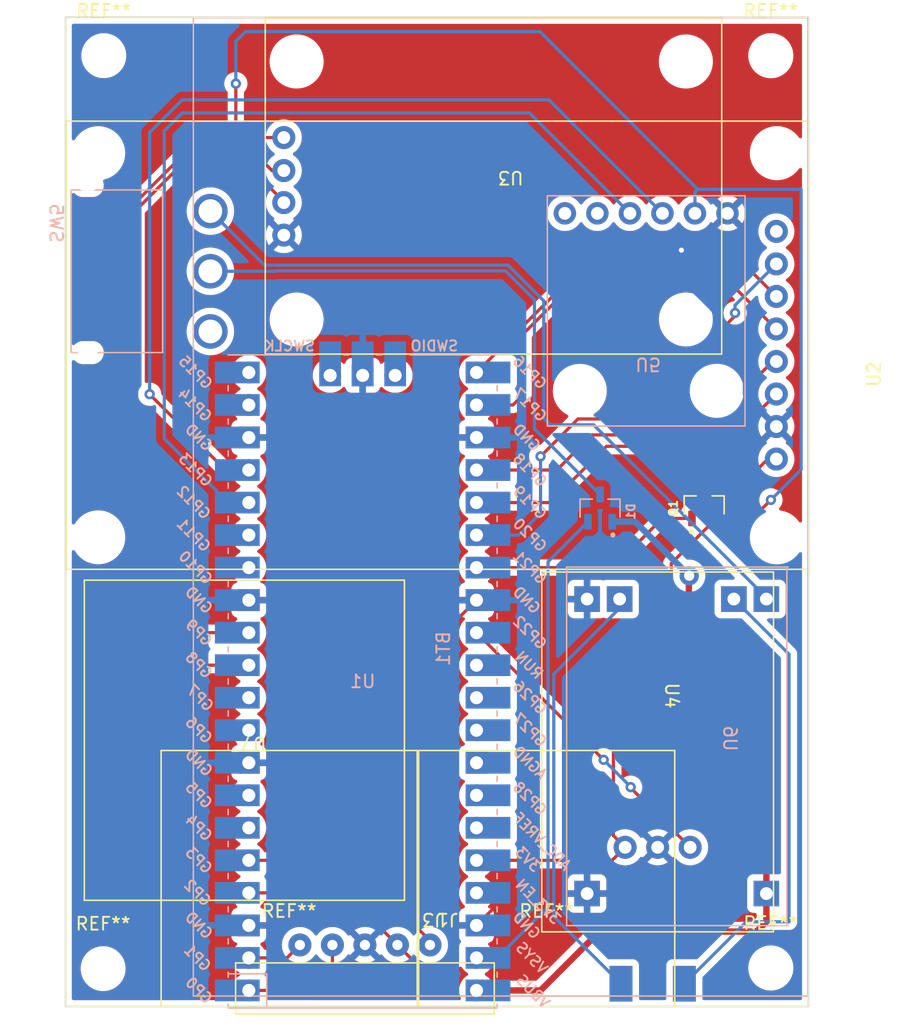
<source format=kicad_pcb>
(kicad_pcb (version 20211014) (generator pcbnew)
  (layers (0 "F.Cu" signal) (31 "B.Cu" signal) (34 "B.Paste" user) (35 "F.Paste" user) (36 "B.SilkS" user "B.Silkscreen") (37 "F.SilkS" user "F.Silkscreen") (38 "B.Mask" user) (39 "F.Mask" user) (44 "Edge.Cuts" user))
  (net 0 "")
  (net 1 "GND")
  (net 2 "+5V")
  (net 3 "Net-(D1-Pad3)")
  (net 4 "Net-(Q1-Pad1)")
  (net 5 "+3V3")
  (net 6 "/Button_1_Pin")
  (net 9 "/Button_2_Pin")
  (net 10 "/Cadence_Pin")
  (net 12 "/Wheel_Pin")
  (net 13 "/Buzzer_Pin")
  (net 14 "/UART1 TX")
  (net 15 "/UART1 RX")
  (net 25 "Net-(U1-Pad21)")
  (net 27 "Net-(U1-Pad22)")
  (net 29 "Net-(U1-Pad24)")
  (net 30 "Net-(U1-Pad25)")
  (net 31 "/I^{2}C1 SDA")
  (net 32 "/I^{2}C1 SCL")
  (net 34 "Net-(Q1-Pad3)")
  (net 38 "Net-(SW5-Pad3)")
  (net 39 "Net-(BT1-Pad1)")
  (net 40 "Net-(BT1-Pad2)")
  (net 43 "/SPI1 RST")
  (net 44 "+5VP")
  (footprint "gps:GY-GPS6MV2" (layer "F.Cu") (at 166.2184 37.5918 180)
    (fp_text reference "U3" (at 16.4846 -12.422 180 unlocked) (layer "F.SilkS"))
    (fp_text value "GY-GPS6MV2")
    (fp_line (start 35.65 0) (end 35.65 -26.2) (layer "F.SilkS") (width 0.12))
    (fp_line (start 0 0) (end 35.65 0) (layer "F.SilkS") (width 0.12))
    (fp_line (start 35.65 -26.2) (end 0 -26.2) (layer "F.SilkS") (width 0.12))
    (fp_line (start 0 0) (end 0 -26.2) (layer "F.SilkS") (width 0.12))
    (pad "" np_thru_hole circle locked (at 33.2 -3.35 180) (size 3.2 3.2) (drill 3.2) (layers F&B.Cu *.Mask))
    (pad "" np_thru_hole circle locked (at 33.2 -23.5 180) (size 3.2 3.2) (drill 3.2) (layers F&B.Cu *.Mask))
    (pad "" np_thru_hole circle locked (at 2.8 -3.35 180) (size 3.2 3.2) (drill 3.2) (layers F&B.Cu *.Mask))
    (pad "" np_thru_hole circle locked (at 2.8 -23.5 180) (size 3.2 3.2) (drill 3.2) (layers F&B.Cu *.Mask))
    (pad "1" thru_hole circle locked (at 34.2 -9.29 180) (size 1.8 1.8) (drill 1) (layers *.Cu *.Mask) (net 5 "+3V3"))
    (pad "2" thru_hole circle locked (at 34.2 -11.87 180) (size 1.8 1.8) (drill 1) (layers *.Cu *.Mask) (net 14 "/UART1 TX"))
    (pad "3" thru_hole circle locked (at 34.2 -14.37 180) (size 1.8 1.8) (drill 1) (layers *.Cu *.Mask) (net 15 "/UART1 RX"))
    (pad "4" thru_hole circle locked (at 34.2 -16.91 180) (size 1.8 1.8) (drill 1) (layers *.Cu *.Mask) (net 1 "GND"))
  )
  (footprint "magnetic_connector:5_pin_90_degree_femele" (layer "F.Cu") (at 138.3538 109.9372 180)
    (fp_text reference "J1" (at -6.4516 1.9798 180 unlocked) (layer "F.SilkS"))
    (fp_text value "Connector Femele")
    (fp_line (start 10.1 -5.4) (end -10.1 -5.4) (layer "F.SilkS") (width 0.12))
    (fp_line (start 10.1 -5.4) (end 10.1 -1.4) (layer "F.SilkS") (width 0.12))
    (fp_line (start -10.1 -1.4) (end 10.1 -1.4) (layer "F.SilkS") (width 0.12))
    (fp_line (start -10.1 -5.4) (end -10.1 -1.4) (layer "F.SilkS") (width 0.12))
    (pad "1" thru_hole circle (at 5.08 0 180) (size 1.8 1.8) (drill 0.8) (layers *.Cu *.Mask) (net 10 "/Cadence_Pin"))
    (pad "2" thru_hole circle (at 2.54 0 180) (size 1.8 1.8) (drill 0.8) (layers *.Cu *.Mask) (net 12 "/Wheel_Pin"))
    (pad "3" thru_hole circle (at 0 0 180) (size 1.8 1.8) (drill 0.8) (layers *.Cu *.Mask) (net 1 "GND"))
    (pad "4" thru_hole circle (at -2.54 0 180) (size 1.8 1.8) (drill 0.8) (layers *.Cu *.Mask) (net 9 "/Button_2_Pin"))
    (pad "5" thru_hole circle (at -5.08 0 180) (size 1.8 1.8) (drill 0.8) (layers *.Cu *.Mask) (net 6 "/Button_1_Pin"))
  )
  (footprint "gps:Antene" (layer "F.Cu") (at 141.437 81.448 180)
    (fp_text reference "U7" (at 11.7856 -12.7522 180 unlocked) (layer "F.SilkS"))
    (fp_text value "Antene")
    (fp_line (start 0 0) (end 25 0) (layer "F.SilkS") (width 0.12))
    (fp_line (start 25 0) (end 25 -25) (layer "F.SilkS") (width 0.12))
    (fp_line (start 0 -25) (end 0 0) (layer "F.SilkS") (width 0.12))
    (fp_line (start 25 -25) (end 0 -25) (layer "F.SilkS") (width 0.12))
  )
  (footprint "MountingHole:MountingHole_2.5mm" (layer "F.Cu") (at 117.9068 111.7854)
    (fp_text reference "REF**" (at 0 -3.5) (layer "F.SilkS"))
    (fp_text value "MountingHole_2.5mm")
    (pad "" np_thru_hole circle (at 0 0) (size 2.5 2.5) (drill 2.5) (layers *.Cu *.Mask))
  )
  (footprint "MountingHole:MountingHole_2.5mm" (layer "F.Cu") (at 170.053 111.7346)
    (fp_text reference "REF**" (at 0 -3.5) (layer "F.SilkS"))
    (fp_text value "MountingHole_2.5mm")
    (pad "" np_thru_hole circle (at 0 0) (size 2.5 2.5) (drill 2.5) (layers F&B.Cu *.Mask))
  )
  (footprint "MountingHole:MountingHole_2.5mm" (layer "F.Cu") (at 117.9576 40.4876)
    (fp_text reference "REF**" (at 0 -3.5) (layer "F.SilkS"))
    (fp_text value "MountingHole_2.5mm")
    (pad "" np_thru_hole circle (at 0 0) (size 2.5 2.5) (drill 2.5) (layers F&B.Cu *.Mask))
  )
  (footprint "st7789:2_inch_LCD_IPS_FP" (layer "F.Cu") (at 173.0246 80.6002 90)
    (fp_text reference "U2" (at 15.24 5.08 90 unlocked) (layer "F.SilkS"))
    (fp_text value "2inch_LCD_IPS")
    (fp_line (start 0 0) (end 35 0) (layer "F.SilkS") (width 0.12))
    (fp_line (start 0 0) (end 0 -58) (layer "F.SilkS") (width 0.12))
    (fp_line (start 35 0) (end 35 -58) (layer "F.SilkS") (width 0.12))
    (fp_line (start 0 -58) (end 35 -58) (layer "F.SilkS") (width 0.12))
    (pad "" np_thru_hole circle locked (at 32.5 -55.5 270) (size 3.2 3.2) (drill 3.2) (layers F&B.Cu *.Mask))
    (pad "" np_thru_hole circle locked (at 32.5 -2.5 270) (size 3.1 3.1) (drill 3.2) (layers F&B.Cu *.Mask))
    (pad "" np_thru_hole circle locked (at 2.5 -55.5 270) (size 3.2 3.2) (drill 3.2) (layers F&B.Cu *.Mask))
    (pad "" np_thru_hole circle locked (at 2.5 -2.5 270) (size 3.2 3.2) (drill 3.2) (layers F&B.Cu *.Mask))
    (pad "1" thru_hole circle locked (at 8.61 -2.54 270) (size 1.8 1.8) (drill 1) (layers *.Cu *.Mask) (net 34 "Net-(Q1-Pad3)"))
    (pad "2" thru_hole circle locked (at 11.15 -2.54 270) (size 1.8 1.8) (drill 1) (layers *.Cu *.Mask) (net 1 "GND"))
    (pad "3" thru_hole circle locked (at 13.69 -2.54 270) (size 1.8 1.8) (drill 1) (layers *.Cu *.Mask) (net 30 "Net-(U1-Pad25)"))
    (pad "4" thru_hole circle locked (at 16.23 -2.54 270) (size 1.8 1.8) (drill 1) (layers *.Cu *.Mask) (net 29 "Net-(U1-Pad24)"))
    (pad "5" thru_hole circle locked (at 18.77 -2.54 270) (size 1.8 1.8) (drill 1) (layers *.Cu *.Mask) (net 27 "Net-(U1-Pad22)"))
    (pad "6" thru_hole circle locked (at 21.31 -2.54 270) (size 1.8 1.8) (drill 1) (layers *.Cu *.Mask) (net 25 "Net-(U1-Pad21)"))
    (pad "7" thru_hole circle locked (at 23.85 -2.54 270) (size 1.8 1.8) (drill 1) (layers *.Cu *.Mask) (net 43 "/SPI1 RST"))
    (pad "8" thru_hole circle locked (at 26.39 -2.54 270) (size 1.8 1.8) (drill 1) (layers *.Cu *.Mask))
  )
  (footprint "Button:20x20_druciarstwo_zolty" (layer "F.Cu") (at 132.4356 104.7496)
    (fp_text reference "REF**" (at 0 2.54 unlocked) (layer "F.SilkS"))
    (fp_text value "20x20_druciarstwo_zolty")
    (fp_line (start -10 10) (end -10 -10) (layer "F.SilkS") (width 0.12))
    (fp_line (start 10 -10) (end 10 10) (layer "F.SilkS") (width 0.12))
    (fp_line (start -10 10) (end 10 10) (layer "F.SilkS") (width 0.12))
    (fp_line (start -10 -10) (end 10 -10) (layer "F.SilkS") (width 0.12))
  )
  (footprint "MountingHole:MountingHole_2.5mm" (layer "F.Cu") (at 170.053 40.4876)
    (fp_text reference "REF**" (at 0 -3.5) (layer "F.SilkS"))
    (fp_text value "MountingHole_2.5mm")
    (pad "" np_thru_hole circle (at 0 0) (size 2.5 2.5) (drill 2.5) (layers F&B.Cu *.Mask))
  )
  (footprint "buzzer:Buzzer_withouch_gen" (layer "F.Cu") (at 152.1638 80.8112 -90)
    (fp_text reference "U4" (at 9.652 -10.16 -90 unlocked) (layer "F.SilkS"))
    (fp_text value "RobotDyn_1513MA")
    (fp_line (start 28.1 -18.1) (end 28.1 0) (layer "F.SilkS") (width 0.12))
    (fp_line (start 0 -18.1) (end 28.1 -18.1) (layer "F.SilkS") (width 0.12))
    (fp_line (start 0 0) (end 0 -18.1) (layer "F.SilkS") (width 0.12))
    (fp_line (start 0 0) (end 28.1 0) (layer "F.SilkS") (width 0.12))
    (pad "1" thru_hole circle locked (at 21.5 -11.59 270) (size 1.8 1.8) (drill 1) (layers *.Cu *.Mask "Dwgs.User") (net 13 "/Buzzer_Pin"))
    (pad "2" thru_hole circle locked (at 21.5 -9.05 270) (size 1.8 1.8) (drill 1) (layers *.Cu *.Mask) (net 1 "GND"))
    (pad "3" thru_hole circle locked (at 21.5 -6.51 270) (size 1.8 1.8) (drill 1) (layers *.Cu *.Mask) (net 5 "+3V3"))
  )
  (footprint "Button:6x6_switch" (layer "F.Cu") (at 143.9164 105.4158 180)
    (fp_text reference "J3" (at 0.254 -2.54 180 unlocked) (layer "F.SilkS"))
    (fp_text value "Buttony_high")
    (pad "1" smd rect (at 0 0 180) (size 1.7 1.4) (layers "F.Cu" "F.Paste" "F.Mask") (net 9 "/Button_2_Pin"))
    (pad "2" smd rect (at 0 2.2 180) (size 1.7 1.4) (layers "F.Cu" "F.Paste" "F.Mask" "Dwgs.User") (net 6 "/Button_1_Pin"))
    (pad "3" smd rect (at 0 4.4 180) (size 1.7 1.4) (layers "F.Cu" "F.Paste" "F.Mask") (net 1 "GND"))
  )
  (footprint "NPN:DDTC123TCA-7-F" (layer "F.Cu") (at 164.846 75.565 90)
    (fp_text reference "Q1" (at -0.268 -2.4064 90) (layer "F.SilkS") (effects (font (size 0.64 0.64))))
    (fp_text value "MMUN2138LT1G")
    (fp_line (start 0.7 -1.56) (end 0.7 -0.62) (layer "F.SilkS") (width 0.127))
    (fp_line (start -0.7 -1.56) (end 0.7 -1.56) (layer "F.SilkS") (width 0.127))
    (fp_line (start 0.7 0.62) (end 0.7 1.56) (layer "F.SilkS") (width 0.127))
    (fp_line (start -0.7 1.56) (end 0.7 1.56) (layer "F.SilkS") (width 0.127))
    (fp_circle (center -2.1 -1) (end -2 -1) (layer "F.SilkS") (width 0.2) (fill none))
    (pad "1" smd roundrect (at -1.06 -0.95 90) (size 1.23 0.59) (layers "F.Cu" "F.Paste" "F.Mask") (roundrect_rratio 0.15) (net 4 "Net-(Q1-Pad1)"))
    (pad "2" smd roundrect (at -1.06 0.95 90) (size 1.23 0.59) (layers "F.Cu" "F.Paste" "F.Mask") (roundrect_rratio 0.15) (net 5 "+3V3"))
    (pad "3" smd roundrect (at 1.06 0 90) (size 1.23 0.59) (layers "F.Cu" "F.Paste" "F.Mask") (roundrect_rratio 0.15) (net 34 "Net-(Q1-Pad3)"))
  )
  (footprint "Button:20x20_druciarstwo_czerowny" (layer "F.Cu") (at 152.5524 104.7496)
    (fp_text reference "REF**" (at 0 2.54 unlocked) (layer "F.SilkS"))
    (fp_text value "20x20_druciarstwo_czerowny")
    (fp_line (start -10 10) (end 10 10) (layer "F.SilkS") (width 0.12))
    (fp_line (start -10 -10) (end 10 -10) (layer "F.SilkS") (width 0.12))
    (fp_line (start -10 10) (end -10 -10) (layer "F.SilkS") (width 0.12))
    (fp_line (start 10 -10) (end 10 10) (layer "F.SilkS") (width 0.12))
  )
  (footprint "Charger:tp4056_c_module" (layer "B.Cu") (at 154.1066 108.363 90)
    (fp_text reference "U6" (at 14.552 12.756 270 unlocked) (layer "B.SilkS") (effects (justify mirror)))
    (fp_text value "tp4056_C_Module")
    (fp_line (start -0.06 0) (end 27.94 0) (layer "B.SilkS") (width 0.12))
    (fp_line (start 27.94 17.3) (end 27.94 0) (layer "B.SilkS") (width 0.12))
    (fp_line (start -0.06 17.2) (end 27.94 17.2) (layer "B.SilkS") (width 0.12))
    (fp_line (start -0.06 17.3) (end -0.06 0) (layer "B.SilkS") (width 0.12))
    (pad "1" thru_hole rect locked (at 2.44 15.6 90) (size 2 2) (drill 1) (layers *.Cu *.Mask) (net 44 "+5VP"))
    (pad "2" thru_hole rect locked (at 2.44 1.6 90) (size 2 2) (drill 1) (layers *.Cu *.Mask) (net 1 "GND"))
    (pad "3" thru_hole rect locked (at 25.44 15.6 90) (size 2 2) (drill 1) (layers *.Cu *.Mask) (net 38 "Net-(SW5-Pad3)"))
    (pad "4" thru_hole rect locked (at 25.44 1.6 90) (size 2 2) (drill 1) (layers *.Cu *.Mask) (net 1 "GND"))
    (pad "5" thru_hole rect locked (at 25.44 13.06 90) (size 2 2) (drill 1) (layers *.Cu *.Mask) (net 39 "Net-(BT1-Pad1)"))
    (pad "6" thru_hole rect locked (at 25.44 4.14 90) (size 2 2) (drill 1) (layers *.Cu *.Mask) (net 40 "Net-(BT1-Pad2)"))
  )
  (footprint "NPN:DDTC123TCA-7-F" (layer "B.Cu") (at 156.718 75.819 90)
    (fp_text reference "D1" (at -0.268 2.4064 90) (layer "B.SilkS") (effects (font (size 0.64 0.64)) (justify mirror)))
    (fp_text value "DMG2305UX-13")
    (fp_line (start -0.7 1.56) (end 0.7 1.56) (layer "B.SilkS") (width 0.127))
    (fp_line (start 0.7 1.56) (end 0.7 0.62) (layer "B.SilkS") (width 0.127))
    (fp_line (start 0.7 -0.62) (end 0.7 -1.56) (layer "B.SilkS") (width 0.127))
    (fp_line (start -0.7 -1.56) (end 0.7 -1.56) (layer "B.SilkS") (width 0.127))
    (fp_circle (center -2.1 1) (end -2 1) (layer "B.SilkS") (width 0.2) (fill none))
    (pad "1" smd roundrect (at -1.06 0.95 90) (size 1.23 0.59) (layers "B.Cu" "B.Paste" "B.Mask") (roundrect_rratio 0.15) (net 44 "+5VP"))
    (pad "2" smd roundrect (at -1.06 -0.95 90) (size 1.23 0.59) (layers "B.Cu" "B.Paste" "B.Mask") (roundrect_rratio 0.15) (net 2 "+5V"))
    (pad "3" smd roundrect (at 1.06 0 90) (size 1.23 0.59) (layers "B.Cu" "B.Paste" "B.Mask") (roundrect_rratio 0.15) (net 3 "Net-(D1-Pad3)"))
  )
  (footprint "SparkFun:1513MA_FT" (layer "B.Cu") (at 152.5982 51.43)
    (fp_text reference "U5" (at 7.874 13.1572 180 unlocked) (layer "B.SilkS") (effects (justify mirror)))
    (fp_text value "SEN-11084")
    (fp_line (start 15.44 17.98) (end 15.44 0) (layer "B.SilkS") (width 0.12))
    (fp_line (start 0 17.98) (end 15.44 17.98) (layer "B.SilkS") (width 0.12))
    (fp_line (start 0 0) (end 0 17.98) (layer "B.SilkS") (width 0.12))
    (fp_line (start 0 0) (end 15.44 0) (layer "B.SilkS") (width 0.12))
    (pad "" np_thru_hole circle locked (at 13.2334 15.23) (size 3.2 3.2) (drill 3.2) (layers F&B.Cu *.Mask))
    (pad "" np_thru_hole circle locked (at 2.54 15.23) (size 3.2 3.2) (drill 3.2) (layers F&B.Cu *.Mask))
    (pad "1" thru_hole circle locked (at 1.37 1.37) (size 1.75 1.75) (drill 1) (layers *.Cu *.Mask))
    (pad "2" thru_hole circle locked (at 3.91 1.37) (size 1.75 1.75) (drill 1) (layers *.Cu *.Mask))
    (pad "3" thru_hole circle locked (at 6.45 1.37) (size 1.75 1.75) (drill 1) (layers *.Cu *.Mask) (net 31 "/I^{2}C1 SDA"))
    (pad "4" thru_hole circle locked (at 8.99 1.37) (size 1.75 1.75) (drill 1) (layers *.Cu *.Mask) (net 32 "/I^{2}C1 SCL"))
    (pad "5" thru_hole circle locked (at 11.53 1.37) (size 1.75 1.75) (drill 1) (layers *.Cu *.Mask) (net 5 "+3V3"))
    (pad "6" thru_hole circle locked (at 14.07 1.37) (size 1.75 1.75) (drill 1) (layers *.Cu *.Mask) (net 1 "GND"))
  )
  (footprint "gps:Battery" (layer "B.Cu") (at 172.9522 37.525 -90)
    (fp_text reference "BT1" (at 49.276 28.4748 90 unlocked) (layer "B.SilkS") (effects (justify mirror)))
    (fp_text value "BL-45A1H 1950 mAh")
    (fp_line (start 0 0) (end 76.4 0) (layer "B.SilkS") (width 0.12))
    (fp_line (start 0 48) (end 0 0) (layer "B.SilkS") (width 0.12))
    (fp_line (start 76.4 0) (end 76.4 48) (layer "B.SilkS") (width 0.12))
    (fp_line (start 76.4 48) (end 0 48) (layer "B.SilkS") (width 0.12))
    (pad "1" smd rect locked (at 75.438 9.652 270) (size 2.8 1.8) (layers "B.Cu" "B.Paste" "B.Mask") (net 39 "Net-(BT1-Pad1)"))
    (pad "2" smd rect locked (at 75.438 14.6 270) (size 2.8 1.8) (layers "B.Cu" "B.Paste" "B.Mask") (net 40 "Net-(BT1-Pad2)"))
  )
  (footprint "Button:Switch_on_off" (layer "B.Cu") (at 116.7532 50.975 90)
    (fp_text reference "SW5" (at -2.5908 -2.5146 270 unlocked) (layer "B.SilkS") (effects (justify mirror)))
    (fp_text value "Switch On/Off")
    (fp_line (start 0 5.8) (end 0 -1.35) (layer "B.SilkS") (width 0.12))
    (fp_line (start -12.7 5.8) (end 0 5.8) (layer "B.SilkS") (width 0.12))
    (fp_line (start 0 -1.35) (end -12.7 -1.35) (layer "B.SilkS") (width 0.12))
    (fp_line (start -12.7 -1.35) (end -12.7 5.8) (layer "B.SilkS") (width 0.12))
    (pad "" np_thru_hole oval locked (at 0.35 -0.05 90) (size 0.8 1.5) (drill oval 0.8 1.5) (layers F&B.Cu *.Mask))
    (pad "" thru_hole circle locked (at -11.05 9.53 90) (size 2.7 2.7) (drill 1.85) (layers *.Cu *.Mask))
    (pad "" np_thru_hole oval locked (at -12.7 -0.05 90) (size 0.8 1.5) (drill oval 0.8 1.5) (layers F&B.Cu *.Mask))
    (pad "1" thru_hole circle locked (at -6.35 9.53 90) (size 2.7 2.7) (drill 1.85) (layers *.Cu *.Mask) (net 3 "Net-(D1-Pad3)"))
    (pad "3" thru_hole circle locked (at -1.65 9.53 90) (size 2.7 2.7) (drill 1.85) (layers *.Cu *.Mask) (net 38 "Net-(SW5-Pad3)"))
  )
  (footprint "MCU_RaspberryPi_and_Boards:RPi_Pico_SMD_TH" (layer "B.Cu") (at 138.176 89.3572)
    (fp_text reference "U1" (at 0 0) (layer "B.SilkS") (effects (justify mirror)))
    (fp_text value "Pico")
    (fp_text user "GP3" (at -12.8 13.97 135) (layer "B.SilkS") (effects (font (size 0.8 0.8)) (justify mirror)))
    (fp_text user "GP4" (at -12.8 11.43 135) (layer "B.SilkS") (effects (font (size 0.8 0.8)) (justify mirror)))
    (fp_text user "GND" (at 12.8 19.05 135) (layer "B.SilkS") (effects (font (size 0.8 0.8)) (justify mirror)))
    (fp_text user "GP18" (at 13.054 -16.51 135) (layer "B.SilkS") (effects (font (size 0.8 0.8)) (justify mirror)))
    (fp_text user "GP11" (at -13.2 -11.43 135) (layer "B.SilkS") (effects (font (size 0.8 0.8)) (justify mirror)))
    (fp_text user "GND" (at 12.8 -19.05 135) (layer "B.SilkS") (effects (font (size 0.8 0.8)) (justify mirror)))
    (fp_text user "GP12" (at -13.2 -13.97 135) (layer "B.SilkS") (effects (font (size 0.8 0.8)) (justify mirror)))
    (fp_text user "GP19" (at 13.054 -13.97 135) (layer "B.SilkS") (effects (font (size 0.8 0.8)) (justify mirror)))
    (fp_text user "GP15" (at -13.054 -24.13 135) (layer "B.SilkS") (effects (font (size 0.8 0.8)) (justify mirror)))
    (fp_text user "VBUS" (at 13.3 24.2 135) (layer "B.SilkS") (effects (font (size 0.8 0.8)) (justify mirror)))
    (fp_text user "GP6" (at -12.8 3.81 135) (layer "B.SilkS") (effects (font (size 0.8 0.8)) (justify mirror)))
    (fp_text user "GP26" (at 13.054 1.27 135) (layer "B.SilkS") (effects (font (size 0.8 0.8)) (justify mirror)))
    (fp_text user "GND" (at -12.8 6.35 135) (layer "B.SilkS") (effects (font (size 0.8 0.8)) (justify mirror)))
    (fp_text user "ADC_VREF" (at 14 12.5 135) (layer "B.SilkS") (effects (font (size 0.8 0.8)) (justify mirror)))
    (fp_text user "GP17" (at 13.054 -21.59 135) (layer "B.SilkS") (effects (font (size 0.8 0.8)) (justify mirror)))
    (fp_text user "GP10" (at -13.054 -8.89 135) (layer "B.SilkS") (effects (font (size 0.8 0.8)) (justify mirror)))
    (fp_text user "GND" (at -12.8 19.05 135) (layer "B.SilkS") (effects (font (size 0.8 0.8)) (justify mirror)))
    (fp_text user "GP22" (at 13.054 -3.81 135) (layer "B.SilkS") (effects (font (size 0.8 0.8)) (justify mirror)))
    (fp_text user "GP7" (at -12.7 1.3 135) (layer "B.SilkS") (effects (font (size 0.8 0.8)) (justify mirror)))
    (fp_text user "GP2" (at -12.9 16.51 135) (layer "B.SilkS") (effects (font (size 0.8 0.8)) (justify mirror)))
    (fp_text user "GP5" (at -12.8 8.89 135) (layer "B.SilkS") (effects (font (size 0.8 0.8)) (justify mirror)))
    (fp_text user "GP28" (at 13.054 9.144 135) (layer "B.SilkS") (effects (font (size 0.8 0.8)) (justify mirror)))
    (fp_text user "SWDIO" (at 5.6 -26.2) (layer "B.SilkS") (effects (font (size 0.8 0.8)) (justify mirror)))
    (fp_text user "AGND" (at 13.054 6.35 135) (layer "B.SilkS") (effects (font (size 0.8 0.8)) (justify mirror)))
    (fp_text user "RUN" (at 13 -1.27 135) (layer "B.SilkS") (effects (font (size 0.8 0.8)) (justify mirror)))
    (fp_text user "GP14" (at -13.1 -21.59 135) (layer "B.SilkS") (effects (font (size 0.8 0.8)) (justify mirror)))
    (fp_text user "GP20" (at 13.054 -11.43 135) (layer "B.SilkS") (effects (font (size 0.8 0.8)) (justify mirror)))
    (fp_text user "GND" (at -12.8 -19.05 135) (layer "B.SilkS") (effects (font (size 0.8 0.8)) (justify mirror)))
    (fp_text user "GND" (at -12.8 -6.35 135) (layer "B.SilkS") (effects (font (size 0.8 0.8)) (justify mirror)))
    (fp_text user "GP16" (at 13.054 -24.13 135) (layer "B.SilkS") (effects (font (size 0.8 0.8)) (justify mirror)))
    (fp_text user "GP8" (at -12.8 -1.27 135) (layer "B.SilkS") (effects (font (size 0.8 0.8)) (justify mirror)))
    (fp_text user "3V3_EN" (at 13.7 17.2 135) (layer "B.SilkS") (effects (font (size 0.8 0.8)) (justify mirror)))
    (fp_text user "3V3" (at 12.9 13.9 135) (layer "B.SilkS") (effects (font (size 0.8 0.8)) (justify mirror)))
    (fp_text user "GP13" (at -13.054 -16.51 135) (layer "B.SilkS") (effects (font (size 0.8 0.8)) (justify mirror)))
    (fp_text user "GP9" (at -12.8 -3.81 135) (layer "B.SilkS") (effects (font (size 0.8 0.8)) (justify mirror)))
    (fp_text user "GP1" (at -12.9 21.6 135) (layer "B.SilkS") (effects (font (size 0.8 0.8)) (justify mirror)))
    (fp_text user "GND" (at 12.8 -6.35 135) (layer "B.SilkS") (effects (font (size 0.8 0.8)) (justify mirror)))
    (fp_text user "GP21" (at 13.054 -8.9 135) (layer "B.SilkS") (effects (font (size 0.8 0.8)) (justify mirror)))
    (fp_text user "VSYS" (at 13.2 21.59 135) (layer "B.SilkS") (effects (font (size 0.8 0.8)) (justify mirror)))
    (fp_text user "GP27" (at 13.054 3.8 135) (layer "B.SilkS") (effects (font (size 0.8 0.8)) (justify mirror)))
    (fp_text user "GP0" (at -12.8 24.13 135) (layer "B.SilkS") (effects (font (size 0.8 0.8)) (justify mirror)))
    (fp_text user "SWCLK" (at -5.7 -26.2) (layer "B.SilkS") (effects (font (size 0.8 0.8)) (justify mirror)))
    (fp_line (start -3.7 -25.5) (end -10.5 -25.5) (layer "B.SilkS") (width 0.12))
    (fp_line (start -10.5 2.7) (end -10.5 2.3) (layer "B.SilkS") (width 0.12))
    (fp_line (start -10.5 25.5) (end 10.5 25.5) (layer "B.SilkS") (width 0.12))
    (fp_line (start 10.5 0.2) (end 10.5 -0.2) (layer "B.SilkS") (width 0.12))
    (fp_line (start -10.5 -4.9) (end -10.5 -5.3) (layer "B.SilkS") (width 0.12))
    (fp_line (start -10.5 5.3) (end -10.5 4.9) (layer "B.SilkS") (width 0.12))
    (fp_line (start 10.5 10.4) (end 10.5 10) (layer "B.SilkS") (width 0.12))
    (fp_line (start 10.5 -4.9) (end 10.5 -5.3) (layer "B.SilkS") (width 0.12))
    (fp_line (start -10.5 22.833) (end -7.493 22.833) (layer "B.SilkS") (width 0.12))
    (fp_line (start 10.5 2.7) (end 10.5 2.3) (layer "B.SilkS") (width 0.12))
    (fp_line (start -10.5 -7.4) (end -10.5 -7.8) (layer "B.SilkS") (width 0.12))
    (fp_line (start 10.5 -25.5) (end 3.7 -25.5) (layer "B.SilkS") (width 0.12))
    (fp_line (start 10.5 25.5) (end 10.5 25.2) (layer "B.SilkS") (width 0.12))
    (fp_line (start 10.5 -22.7) (end 10.5 -23.1) (layer "B.SilkS") (width 0.12))
    (fp_line (start 10.5 -2.3) (end 10.5 -2.7) (layer "B.SilkS") (width 0.12))
    (fp_line (start -10.5 10.4) (end -10.5 10) (layer "B.SilkS") (width 0.12))
    (fp_line (start 10.5 -10) (end 10.5 -10.4) (layer "B.SilkS") (width 0.12))
    (fp_line (start -10.5 15.4) (end -10.5 15) (layer "B.SilkS") (width 0.12))
    (fp_line (start 10.5 7.8) (end 10.5 7.4) (layer "B.SilkS") (width 0.12))
    (fp_line (start 10.5 -7.4) (end 10.5 -7.8) (layer "B.SilkS") (width 0.12))
    (fp_line (start -10.5 18) (end -10.5 17.6) (layer "B.SilkS") (width 0.12))
    (fp_line (start -10.5 -15.1) (end -10.5 -15.5) (layer "B.SilkS") (width 0.12))
    (fp_line (start 10.5 23.1) (end 10.5 22.7) (layer "B.SilkS") (width 0.12))
    (fp_line (start -10.5 25.5) (end -10.5 25.2) (layer "B.SilkS") (width 0.12))
    (fp_line (start 1.1 -25.5) (end 1.5 -25.5) (layer "B.SilkS") (width 0.12))
    (fp_line (start -1.5 -25.5) (end -1.1 -25.5) (layer "B.SilkS") (width 0.12))
    (fp_line (start 10.5 -15.1) (end 10.5 -15.5) (layer "B.SilkS") (width 0.12))
    (fp_line (start 10.5 -12.5) (end 10.5 -12.9) (layer "B.SilkS") (width 0.12))
    (fp_line (start 10.5 18) (end 10.5 17.6) (layer "B.SilkS") (width 0.12))
    (fp_line (start -10.5 -10) (end -10.5 -10.4) (layer "B.SilkS") (width 0.12))
    (fp_line (start -10.5 23.1) (end -10.5 22.7) (layer "B.SilkS") (width 0.12))
    (fp_line (start -10.5 12.9) (end -10.5 12.5) (layer "B.SilkS") (width 0.12))
    (fp_line (start -10.5 -17.6) (end -10.5 -18) (layer "B.SilkS") (width 0.12))
    (fp_line (start -7.493 22.833) (end -7.493 25.5) (layer "B.SilkS") (width 0.12))
    (fp_line (start 10.5 -20.1) (end 10.5 -20.5) (layer "B.SilkS") (width 0.12))
    (fp_line (start -10.5 -12.5) (end -10.5 -12.9) (layer "B.SilkS") (width 0.12))
    (fp_line (start 10.5 12.9) (end 10.5 12.5) (layer "B.SilkS") (width 0.12))
    (fp_line (start -10.5 0.2) (end -10.5 -0.2) (layer "B.SilkS") (width 0.12))
    (fp_line (start -10.5 7.8) (end -10.5 7.4) (layer "B.SilkS") (width 0.12))
    (fp_line (start -10.5 -22.7) (end -10.5 -23.1) (layer "B.SilkS") (width 0.12))
    (fp_line (start 10.5 20.5) (end 10.5 20.1) (layer "B.SilkS") (width 0.12))
    (fp_line (start 10.5 15.4) (end 10.5 15) (layer "B.SilkS") (width 0.12))
    (fp_line (start -10.5 20.5) (end -10.5 20.1) (layer "B.SilkS") (width 0.12))
    (fp_line (start -10.5 -2.3) (end -10.5 -2.7) (layer "B.SilkS") (width 0.12))
    (fp_line (start 10.5 -17.6) (end 10.5 -18) (layer "B.SilkS") (width 0.12))
    (fp_line (start 10.5 5.3) (end 10.5 4.9) (layer "B.SilkS") (width 0.12))
    (fp_line (start -10.5 -20.1) (end -10.5 -20.5) (layer "B.SilkS") (width 0.12))
    (pad "1" thru_hole oval locked (at -8.89 24.13) (size 1.7 1.7) (drill 1.02) (layers *.Cu *.Mask) (net 12 "/Wheel_Pin"))
    (pad "1" smd rect locked (at -8.89 24.13) (size 3.5 1.7) (drill (offset -0.9 0)) (layers "B.Cu" "B.Mask") (net 12 "/Wheel_Pin"))
    (pad "2" thru_hole oval locked (at -8.89 21.59) (size 1.7 1.7) (drill 1.02) (layers *.Cu *.Mask) (net 10 "/Cadence_Pin"))
    (pad "2" smd rect locked (at -8.89 21.59) (size 3.5 1.7) (drill (offset -0.9 0)) (layers "B.Cu" "B.Mask") (net 10 "/Cadence_Pin"))
    (pad "3" smd rect locked (at -8.89 19.05) (size 3.5 1.7) (drill (offset -0.9 0)) (layers "B.Cu" "B.Mask") (net 1 "GND"))
    (pad "3" thru_hole rect locked (at -8.89 19.05) (size 1.7 1.7) (drill 1.02) (layers *.Cu *.Mask) (net 1 "GND"))
    (pad "4" thru_hole oval locked (at -8.89 16.51) (size 1.7 1.7) (drill 1.02) (layers *.Cu *.Mask) (net 9 "/Button_2_Pin"))
    (pad "4" smd rect locked (at -8.89 16.51) (size 3.5 1.7) (drill (offset -0.9 0)) (layers "B.Cu" "B.Mask") (net 9 "/Button_2_Pin"))
    (pad "5" smd rect locked (at -8.89 13.97) (size 3.5 1.7) (drill (offset -0.9 0)) (layers "B.Cu" "B.Mask") (net 6 "/Button_1_Pin"))
    (pad "5" thru_hole oval locked (at -8.89 13.97) (size 1.7 1.7) (drill 1.02) (layers *.Cu *.Mask) (net 6 "/Button_1_Pin"))
    (pad "6" smd rect locked (at -8.89 11.43) (size 3.5 1.7) (drill (offset -0.9 0)) (layers "B.Cu" "B.Mask"))
    (pad "6" thru_hole oval locked (at -8.89 11.43) (size 1.7 1.7) (drill 1.02) (layers *.Cu *.Mask))
    (pad "7" smd rect locked (at -8.89 8.89) (size 3.5 1.7) (drill (offset -0.9 0)) (layers "B.Cu" "B.Mask"))
    (pad "7" thru_hole oval locked (at -8.89 8.89) (size 1.7 1.7) (drill 1.02) (layers *.Cu *.Mask))
    (pad "8" thru_hole rect locked (at -8.89 6.35) (size 1.7 1.7) (drill 1.02) (layers *.Cu *.Mask) (net 1 "GND"))
    (pad "8" smd rect locked (at -8.89 6.35) (size 3.5 1.7) (drill (offset -0.9 0)) (layers "B.Cu" "B.Mask") (net 1 "GND"))
    (pad "9" thru_hole oval locked (at -8.89 3.81) (size 1.7 1.7) (drill 1.02) (layers *.Cu *.Mask))
    (pad "9" smd rect locked (at -8.89 3.81) (size 3.5 1.7) (drill (offset -0.9 0)) (layers "B.Cu" "B.Mask"))
    (pad "10" thru_hole oval locked (at -8.89 1.27) (size 1.7 1.7) (drill 1.02) (layers *.Cu *.Mask))
    (pad "10" smd rect locked (at -8.89 1.27) (size 3.5 1.7) (drill (offset -0.9 0)) (layers "B.Cu" "B.Mask"))
    (pad "11" thru_hole oval locked (at -8.89 -1.27) (size 1.7 1.7) (drill 1.02) (layers *.Cu *.Mask) (net 14 "/UART1 TX"))
    (pad "11" smd rect locked (at -8.89 -1.27) (size 3.5 1.7) (drill (offset -0.9 0)) (layers "B.Cu" "B.Mask") (net 14 "/UART1 TX"))
    (pad "12" thru_hole oval locked (at -8.89 -3.81) (size 1.7 1.7) (drill 1.02) (layers *.Cu *.Mask) (net 15 "/UART1 RX"))
    (pad "12" smd rect locked (at -8.89 -3.81) (size 3.5 1.7) (drill (offset -0.9 0)) (layers "B.Cu" "B.Mask") (net 15 "/UART1 RX"))
    (pad "13" smd rect locked (at -8.89 -6.35) (size 3.5 1.7) (drill (offset -0.9 0)) (layers "B.Cu" "B.Mask") (net 1 "GND"))
    (pad "13" thru_hole rect locked (at -8.89 -6.35) (size 1.7 1.7) (drill 1.02) (layers *.Cu *.Mask) (net 1 "GND"))
    (pad "14" smd rect locked (at -8.89 -8.89) (size 3.5 1.7) (drill (offset -0.9 0)) (layers "B.Cu" "B.Mask"))
    (pad "14" thru_hole oval locked (at -8.89 -8.89) (size 1.7 1.7) (drill 1.02) (layers *.Cu *.Mask))
    (pad "15" smd rect locked (at -8.89 -11.43) (size 3.5 1.7) (drill (offset -0.9 0)) (layers "B.Cu" "B.Mask"))
    (pad "15" thru_hole oval locked (at -8.89 -11.43) (size 1.7 1.7) (drill 1.02) (layers *.Cu *.Mask))
    (pad "16" thru_hole oval locked (at -8.89 -13.97) (size 1.7 1.7) (drill 1.02) (layers *.Cu *.Mask) (net 31 "/I^{2}C1 SDA"))
    (pad "16" smd rect locked (at -8.89 -13.97) (size 3.5 1.7) (drill (offset -0.9 0)) (layers "B.Cu" "B.Mask") (net 31 "/I^{2}C1 SDA"))
    (pad "17" thru_hole oval locked (at -8.89 -16.51) (size 1.7 1.7) (drill 1.02) (layers *.Cu *.Mask) (net 32 "/I^{2}C1 SCL"))
    (pad "17" smd rect locked (at -8.89 -16.51) (size 3.5 1.7) (drill (offset -0.9 0)) (layers "B.Cu" "B.Mask") (net 32 "/I^{2}C1 SCL"))
    (pad "18" thru_hole rect locked (at -8.89 -19.05) (size 1.7 1.7) (drill 1.02) (layers *.Cu *.Mask) (net 1 "GND"))
    (pad "18" smd rect locked (at -8.89 -19.05) (size 3.5 1.7) (drill (offset -0.9 0)) (layers "B.Cu" "B.Mask") (net 1 "GND"))
    (pad "19" thru_hole oval locked (at -8.89 -21.59) (size 1.7 1.7) (drill 1.02) (layers *.Cu *.Mask))
    (pad "19" smd rect locked (at -8.89 -21.59) (size 3.5 1.7) (drill (offset -0.9 0)) (layers "B.Cu" "B.Mask"))
    (pad "20" thru_hole oval locked (at -8.89 -24.13) (size 1.7 1.7) (drill 1.02) (layers *.Cu *.Mask))
    (pad "20" smd rect locked (at -8.89 -24.13) (size 3.5 1.7) (drill (offset -0.9 0)) (layers "B.Cu" "B.Mask"))
    (pad "21" smd rect locked (at 8.89 -24.13) (size 3.5 1.7) (drill (offset 0.9 0)) (layers "B.Cu" "B.Mask") (net 25 "Net-(U1-Pad21)"))
    (pad "21" thru_hole oval locked (at 8.89 -24.13) (size 1.7 1.7) (drill 1.02) (layers *.Cu *.Mask) (net 25 "Net-(U1-Pad21)"))
    (pad "22" thru_hole oval locked (at 8.89 -21.59) (size 1.7 1.7) (drill 1.02) (layers *.Cu *.Mask) (net 27 "Net-(U1-Pad22)"))
    (pad "22" smd rect locked (at 8.89 -21.59) (size 3.5 1.7) (drill (offset 0.9 0)) (layers "B.Cu" "B.Mask") (net 27 "Net-(U1-Pad22)"))
    (pad "23" thru_hole rect locked (at 8.89 -19.05) (size 1.7 1.7) (drill 1.02) (layers *.Cu *.Mask) (net 1 "GND"))
    (pad "23" smd rect locked (at 8.89 -19.05) (size 3.5 1.7) (drill (offset 0.9 0)) (layers "B.Cu" "B.Mask") (net 1 "GND"))
    (pad "24" thru_hole oval locked (at 8.89 -16.51) (size 1.7 1.7) (drill 1.02) (layers *.Cu *.Mask) (net 29 "Net-(U1-Pad24)"))
    (pad "24" smd rect locked (at 8.89 -16.51) (size 3.5 1.7) (drill (offset 0.9 0)) (layers "B.Cu" "B.Mask") (net 29 "Net-(U1-Pad24)"))
    (pad "25" thru_hole oval locked (at 8.89 -13.97) (size 1.7 1.7) (drill 1.02) (layers *.Cu *.Mask) (net 30 "Net-(U1-Pad25)"))
    (pad "25" smd rect locked (at 8.89 -13.97) (size 3.5 1.7) (drill (offset 0.9 0)) (layers "B.Cu" "B.Mask") (net 30 "Net-(U1-Pad25)"))
    (pad "26" thru_hole oval locked (at 8.89 -11.43) (size 1.7 1.7) (drill 1.02) (layers *.Cu *.Mask) (net 43 "/SPI1 RST"))
    (pad "26" smd rect locked (at 8.89 -11.43) (size 3.5 1.7) (drill (offset 0.9 0)) (layers "B.Cu" "B.Mask") (net 43 "/SPI1 RST"))
    (pad "27" thru_hole oval locked (at 8.89 -8.89) (size 1.7 1.7) (drill 1.02) (layers *.Cu *.Mask) (net 4 "Net-(Q1-Pad1)"))
    (pad "27" smd rect locked (at 8.89 -8.89) (size 3.5 1.7) (drill (offset 0.9 0)) (layers "B.Cu" "B.Mask") (net 4 "Net-(Q1-Pad1)"))
    (pad "28" smd rect locked (at 8.89 -6.35) (size 3.5 1.7) (drill (offset 0.9 0)) (layers "B.Cu" "B.Mask") (net 1 "GND"))
    (pad "28" thru_hole rect locked (at 8.89 -6.35) (size 1.7 1.7) (drill 1.02) (layers *.Cu *.Mask) (net 1 "GND"))
    (pad "29" smd rect locked (at 8.89 -3.81) (size 3.5 1.7) (drill (offset 0.9 0)) (layers "B.Cu" "B.Mask") (net 13 "/Buzzer_Pin"))
    (pad "29" thru_hole oval locked (at 8.89 -3.81) (size 1.7 1.7) (drill 1.02) (layers *.Cu *.Mask) (net 13 "/Buzzer_Pin"))
    (pad "30" smd rect locked (at 8.89 -1.27) (size 3.5 1.7) (drill (offset 0.9 0)) (layers "B.Cu" "B.Mask"))
    (pad "30" thru_hole oval locked (at 8.89 -1.27) (size 1.7 1.7) (drill 1.02) (layers *.Cu *.Mask))
    (pad "31" smd rect locked (at 8.89 1.27) (size 3.5 1.7) (drill (offset 0.9 0)) (layers "B.Cu" "B.Mask"))
    (pad "31" thru_hole oval locked (at 8.89 1.27) (size 1.7 1.7) (drill 1.02) (layers *.Cu *.Mask))
    (pad "32" smd rect locked (at 8.89 3.81) (size 3.5 1.7) (drill (offset 0.9 0)) (layers "B.Cu" "B.Mask"))
    (pad "32" thru_hole oval locked (at 8.89 3.81) (size 1.7 1.7) (drill 1.02) (layers *.Cu *.Mask))
    (pad "33" thru_hole rect locked (at 8.89 6.35) (size 1.7 1.7) (drill 1.02) (layers *.Cu *.Mask))
    (pad "33" smd rect locked (at 8.89 6.35) (size 3.5 1.7) (drill (offset 0.9 0)) (layers "B.Cu" "B.Mask"))
    (pad "34" thru_hole oval locked (at 8.89 8.89) (size 1.7 1.7) (drill 1.02) (layers *.Cu *.Mask))
    (pad "34" smd rect locked (at 8.89 8.89) (size 3.5 1.7) (drill (offset 0.9 0)) (layers "B.Cu" "B.Mask"))
    (pad "35" smd rect locked (at 8.89 11.43) (size 3.5 1.7) (drill (offset 0.9 0)) (layers "B.Cu" "B.Mask"))
    (pad "35" thru_hole oval locked (at 8.89 11.43) (size 1.7 1.7) (drill 1.02) (layers *.Cu *.Mask))
    (pad "36" thru_hole oval locked (at 8.89 13.97) (size 1.7 1.7) (drill 1.02) (layers *.Cu *.Mask) (net 5 "+3V3"))
    (pad "36" smd rect locked (at 8.89 13.97) (size 3.5 1.7) (drill (offset 0.9 0)) (layers "B.Cu" "B.Mask") (net 5 "+3V3"))
    (pad "37" thru_hole oval locked (at 8.89 16.51) (size 1.7 1.7) (drill 1.02) (layers *.Cu *.Mask))
    (pad "37" smd rect locked (at 8.89 16.51) (size 3.5 1.7) (drill (offset 0.9 0)) (layers "B.Cu" "B.Mask"))
    (pad "38" smd rect locked (at 8.89 19.05) (size 3.5 1.7) (drill (offset 0.9 0)) (layers "B.Cu" "B.Mask") (net 1 "GND"))
    (pad "38" thru_hole rect locked (at 8.89 19.05) (size 1.7 1.7) (drill 1.02) (layers *.Cu *.Mask) (net 1 "GND"))
    (pad "39" smd rect locked (at 8.89 21.59) (size 3.5 1.7) (drill (offset 0.9 0)) (layers "B.Cu" "B.Mask") (net 2 "+5V"))
    (pad "39" thru_hole oval locked (at 8.89 21.59) (size 1.7 1.7) (drill 1.02) (layers *.Cu *.Mask) (net 2 "+5V"))
    (pad "40" thru_hole oval locked (at 8.89 24.13) (size 1.7 1.7) (drill 1.02) (layers *.Cu *.Mask) (net 44 "+5VP"))
    (pad "40" smd rect locked (at 8.89 24.13) (size 3.5 1.7) (drill (offset 0.9 0)) (layers "B.Cu" "B.Mask") (net 44 "+5VP"))
    (pad "41" smd rect locked (at -2.54 -23.9 270) (size 3.5 1.7) (drill (offset -0.9 0)) (layers "B.Cu" "B.Mask"))
    (pad "41" thru_hole oval locked (at -2.54 -23.9) (size 1.7 1.7) (drill 1.02) (layers *.Cu *.Mask))
    (pad "42" thru_hole rect locked (at 0 -23.9) (size 1.7 1.7) (drill 1.02) (layers *.Cu *.Mask) (net 1 "GND"))
    (pad "42" smd rect locked (at 0 -23.9 270) (size 3.5 1.7) (drill (offset -0.9 0)) (layers "B.Cu" "B.Mask") (net 1 "GND"))
    (pad "43" thru_hole oval locked (at 2.54 -23.9) (size 1.7 1.7) (drill 1.02) (layers *.Cu *.Mask))
    (pad "43" smd rect locked (at 2.54 -23.9 270) (size 3.5 1.7) (drill (offset -0.9 0)) (layers "B.Cu" "B.Mask"))
  )
  (gr_rect (start 172.974 37.4904) (end 114.9858 114.7318) (layer "F.SilkS") (width 0.15) (fill none))
  (gr_rect (start 114.9604 37.4904) (end 172.9994 114.7572) (layer "Edge.Cuts") (width 0.1) (fill none))
  (segment (start 143.9164 86.1568) (end 147.066 83.0072) (width 0.25) (layer "F.Cu") (net 1))
  (segment (start 157.602 105.923) (end 161.2138 102.3112) (width 0.25) (layer "F.Cu") (net 1))
  (segment (start 163.7914 55.6768) (end 163.068 55.6768) (width 0.25) (layer "F.Cu") (net 1))
  (segment (start 136.8238 108.4072) (end 129.286 108.4072) (width 0.25) (layer "F.Cu") (net 1))
  (segment (start 155.7066 82.923) (end 147.1502 82.923) (width 0.25) (layer "F.Cu") (net 1))
  (segment (start 138.3538 109.9372) (end 136.8238 108.4072) (width 0.25) (layer "F.Cu") (net 1))
  (segment (start 147.1502 82.923) (end 147.066 83.0072) (width 0.25) (layer "F.Cu") (net 1))
  (segment (start 132.0184 54.5018) (end 133.8178 56.3012) (width 0.25) (layer "F.Cu") (net 1))
  (segment (start 155.7066 105.923) (end 157.602 105.923) (width 0.25) (layer "F.Cu") (net 1))
  (segment (start 163.068 55.6768) (end 134.4422 55.6768) (width 0.25) (layer "F.Cu") (net 1))
  (segment (start 166.6682 52.8) (end 163.7914 55.6768) (width 0.25) (layer "F.Cu") (net 1))
  (segment (start 133.8178 56.3012) (end 138.176 60.6594) (width 0.25) (layer "F.Cu") (net 1))
  (segment (start 149.5502 105.923) (end 155.7066 105.923) (width 0.25) (layer "F.Cu") (net 1))
  (segment (start 147.066 108.5596) (end 147.066 108.4072) (width 0.25) (layer "F.Cu") (net 1))
  (segment (start 134.4422 55.6768) (end 133.8178 56.3012) (width 0.25) (layer "F.Cu") (net 1))
  (segment (start 138.176 60.6594) (end 138.176 65.4572) (width 0.25) (layer "F.Cu") (net 1))
  (segment (start 143.9164 101.0158) (end 143.9164 86.1568) (width 0.25) (layer "F.Cu") (net 1))
  (segment (start 147.066 108.4072) (end 149.5502 105.923) (width 0.25) (layer "F.Cu") (net 1))
  (via (at 163.068 55.6768) (size 0.8) (drill 0.4) (layers "F.Cu" "B.Cu") (net 1))
  (segment (start 165.393401 60.273727) (end 164.236473 59.116799) (width 0.25) (layer "B.Cu") (net 1))
  (segment (start 165.393401 60.288201) (end 165.393401 60.273727) (width 0.25) (layer "B.Cu") (net 1))
  (segment (start 163.068 57.9628) (end 163.068 55.753) (width 0.25) (layer "B.Cu") (net 1))
  (segment (start 170.4846 69.4502) (end 167.984 66.9496) (width 0.25) (layer "B.Cu") (net 1))
  (segment (start 164.236473 59.116799) (end 164.221999 59.116799) (width 0.25) (layer "B.Cu") (net 1))
  (segment (start 164.221999 59.116799) (end 163.068 57.9628) (width 0.25) (layer "B.Cu") (net 1))
  (segment (start 167.984 62.8788) (end 165.393401 60.288201) (width 0.25) (layer "B.Cu") (net 1))
  (segment (start 167.984 66.9496) (end 167.984 62.8788) (width 0.25) (layer "B.Cu") (net 1))
  (segment (start 152.654 80.01) (end 152.654 106.9692) (width 0.25) (layer "B.Cu") (net 2))
  (segment (start 155.768 76.879) (end 155.768 76.896) (width 0.25) (layer "B.Cu") (net 2))
  (segment (start 152.654 106.9692) (end 148.676 110.9472) (width 0.25) (layer "B.Cu") (net 2))
  (segment (start 148.676 110.9472) (end 147.066 110.9472) (width 0.25) (layer "B.Cu") (net 2))
  (segment (start 155.768 76.896) (end 152.654 80.01) (width 0.25) (layer "B.Cu") (net 2))
  (segment (start 131.334804 57.2952) (end 131.305004 57.325) (width 0.25) (layer "B.Cu") (net 3))
  (segment (start 156.718 74.759) (end 151.5944 69.6354) (width 0.25) (layer "B.Cu") (net 3))
  (segment (start 131.305004 57.325) (end 126.2832 57.325) (width 0.25) (layer "B.Cu") (net 3))
  (segment (start 149.343404 57.2952) (end 151.5944 59.546196) (width 0.25) (layer "B.Cu") (net 3))
  (segment (start 131.334804 57.2952) (end 149.343404 57.2952) (width 0.25) (layer "B.Cu") (net 3))
  (segment (start 151.5944 59.546196) (end 151.5944 69.6354) (width 0.25) (layer "B.Cu") (net 3))
  (segment (start 163.896 76.625) (end 161.5762 76.625) (width 0.25) (layer "F.Cu") (net 4))
  (segment (start 161.5762 76.625) (end 157.734 80.4672) (width 0.25) (layer "F.Cu") (net 4))
  (segment (start 157.734 80.4672) (end 147.066 80.4672) (width 0.25) (layer "F.Cu") (net 4))
  (segment (start 162.2806 87.2236) (end 157.7594 91.7448) (width 0.25) (layer "F.Cu") (net 5))
  (segment (start 128.27 42.672) (end 128.27 45.974) (width 0.25) (layer "F.Cu") (net 5))
  (segment (start 129.1778 46.8818) (end 132.0184 46.8818) (width 0.25) (layer "F.Cu") (net 5))
  (segment (start 147.066 103.3272) (end 157.6578 103.3272) (width 0.25) (layer "F.Cu") (net 5))
  (segment (start 170.059894 75.177106) (end 168.612 76.625) (width 0.25) (layer "F.Cu") (net 5))
  (segment (start 165.796 76.625) (end 162.2806 80.1404) (width 0.25) (layer "F.Cu") (net 5))
  (segment (start 157.7594 91.7448) (end 157.7594 101.3968) (width 0.25) (layer "F.Cu") (net 5))
  (segment (start 162.2806 80.1404) (end 162.2806 87.2236) (width 0.25) (layer "F.Cu") (net 5))
  (segment (start 168.612 76.625) (end 165.796 76.625) (width 0.25) (layer "F.Cu") (net 5))
  (segment (start 128.27 45.974) (end 129.1778 46.8818) (width 0.25) (layer "F.Cu") (net 5))
  (segment (start 157.6578 103.3272) (end 158.6738 102.3112) (width 0.25) (layer "F.Cu") (net 5))
  (segment (start 157.7594 101.3968) (end 158.6738 102.3112) (width 0.25) (layer "F.Cu") (net 5))
  (via (at 170.059894 75.177106) (size 0.8) (drill 0.4) (layers "F.Cu" "B.Cu") (net 5))
  (via (at 128.27 42.672) (size 0.8) (drill 0.4) (layers "F.Cu" "B.Cu") (net 5))
  (segment (start 152.0258 38.608) (end 164.3448 50.927) (width 0.25) (layer "B.Cu") (net 5))
  (segment (start 164.1282 51.1436) (end 164.3448 50.927) (width 0.25) (layer "B.Cu") (net 5))
  (segment (start 164.3448 50.927) (end 172.4152 50.927) (width 0.25) (layer "B.Cu") (net 5))
  (segment (start 172.4152 50.927) (end 172.4152 72.8218) (width 0.25) (layer "B.Cu") (net 5))
  (segment (start 128.27 42.672) (end 128.27 39.37) (width 0.25) (layer "B.Cu") (net 5))
  (segment (start 172.4152 72.8218) (end 170.059894 75.177106) (width 0.25) (layer "B.Cu") (net 5))
  (segment (start 128.27 39.37) (end 129.032 38.608) (width 0.25) (layer "B.Cu") (net 5))
  (segment (start 164.1282 52.8) (end 164.1282 51.1436) (width 0.25) (layer "B.Cu") (net 5))
  (segment (start 129.032 38.608) (end 152.0258 38.608) (width 0.25) (layer "B.Cu") (net 5))
  (segment (start 143.4338 109.601) (end 137.16 103.3272) (width 0.25) (layer "F.Cu") (net 6))
  (segment (start 143.4338 109.9372) (end 143.4338 109.601) (width 0.25) (layer "F.Cu") (net 6))
  (segment (start 137.16 103.3272) (end 129.286 103.3272) (width 0.25) (layer "F.Cu") (net 6))
  (segment (start 143.9164 103.2158) (end 137.2968 103.2158) (width 0.25) (layer "F.Cu") (net 6))
  (segment (start 137.1854 103.3272) (end 137.16 103.3272) (width 0.25) (layer "F.Cu") (net 6))
  (segment (start 137.2968 103.2158) (end 137.1854 103.3272) (width 0.25) (layer "F.Cu") (net 6))
  (segment (start 145.288 109.2708) (end 145.288 111.2012) (width 0.25) (layer "F.Cu") (net 9))
  (segment (start 136.8238 105.8672) (end 129.286 105.8672) (width 0.25) (layer "F.Cu") (net 9))
  (segment (start 144.653 111.8362) (end 142.7928 111.8362) (width 0.25) (layer "F.Cu") (net 9))
  (segment (start 145.288 111.2012) (end 144.653 111.8362) (width 0.25) (layer "F.Cu") (net 9))
  (segment (start 144.6588 108.6416) (end 145.288 109.2708) (width 0.25) (layer "F.Cu") (net 9))
  (segment (start 143.9164 105.4158) (end 144.6588 106.1582) (width 0.25) (layer "F.Cu") (net 9))
  (segment (start 140.8938 109.9372) (end 136.8238 105.8672) (width 0.25) (layer "F.Cu") (net 9))
  (segment (start 144.6588 106.1582) (end 144.6588 108.6416) (width 0.25) (layer "F.Cu") (net 9))
  (segment (start 142.7928 111.8362) (end 140.8938 109.9372) (width 0.25) (layer "F.Cu") (net 9))
  (segment (start 133.2738 109.9372) (end 132.2638 110.9472) (width 0.25) (layer "F.Cu") (net 10))
  (segment (start 132.2638 110.9472) (end 129.286 110.9472) (width 0.25) (layer "F.Cu") (net 10))
  (segment (start 133.8072 113.4872) (end 129.286 113.4872) (width 0.25) (layer "F.Cu") (net 12))
  (segment (start 135.8138 111.4806) (end 133.8072 113.4872) (width 0.25) (layer "F.Cu") (net 12))
  (segment (start 135.8138 109.9372) (end 135.8138 111.4806) (width 0.25) (layer "F.Cu") (net 12))
  (segment (start 163.7538 102.3112) (end 159.1056 97.663) (width 0.25) (layer "F.Cu") (net 13))
  (segment (start 147.066 85.5472) (end 156.9974 95.4786) (width 0.25) (layer "F.Cu") (net 13))
  (segment (start 159.1056 97.663) (end 159.1056 97.6122) (width 0.25) (layer "F.Cu") (net 13))
  (via (at 156.9974 95.4786) (size 0.8) (drill 0.4) (layers "F.Cu" "B.Cu") (net 13))
  (via (at 159.1056 97.6122) (size 0.8) (drill 0.4) (layers "F.Cu" "B.Cu") (net 13))
  (segment (start 159.1056 97.5868) (end 159.1056 97.6122) (width 0.25) (layer "B.Cu") (net 13))
  (segment (start 156.9974 95.4786) (end 159.1056 97.5868) (width 0.25) (layer "B.Cu") (net 13))
  (segment (start 131.0974 49.4618) (end 130.106 48.4704) (width 0.25) (layer "F.Cu") (net 14))
  (segment (start 123.918004 48.4704) (end 120.073 52.315404) (width 0.25) (layer "F.Cu") (net 14))
  (segment (start 125.068204 88.0872) (end 129.286 88.0872) (width 0.25) (layer "F.Cu") (net 14))
  (segment (start 130.106 48.4704) (end 123.918004 48.4704) (width 0.25) (layer "F.Cu") (net 14))
  (segment (start 120.073 83.091996) (end 125.068204 88.0872) (width 0.25) (layer "F.Cu") (net 14))
  (segment (start 132.0184 49.4618) (end 131.0974 49.4618) (width 0.25) (layer "F.Cu") (net 14))
  (segment (start 120.073 52.315404) (end 120.073 83.091996) (width 0.25) (layer "F.Cu") (net 14))
  (segment (start 132.0184 51.8814) (end 129.0574 48.9204) (width 0.25) (layer "F.Cu") (net 15))
  (segment (start 123.1646 85.5472) (end 129.286 85.5472) (width 0.25) (layer "F.Cu") (net 15))
  (segment (start 120.523 52.5018) (end 120.523 82.9056) (width 0.25) (layer "F.Cu") (net 15))
  (segment (start 124.1044 48.9204) (end 120.523 52.5018) (width 0.25) (layer "F.Cu") (net 15))
  (segment (start 132.0184 51.9618) (end 132.0184 51.8814) (width 0.25) (layer "F.Cu") (net 15))
  (segment (start 129.0574 48.9204) (end 124.1044 48.9204) (width 0.25) (layer "F.Cu") (net 15))
  (segment (start 120.523 82.9056) (end 123.1646 85.5472) (width 0.25) (layer "F.Cu") (net 15))
  (segment (start 170.4846 59.2902) (end 167.8618 56.6674) (width 0.25) (layer "F.Cu") (net 25))
  (segment (start 167.8618 56.6674) (end 165.939596 56.6674) (width 0.25) (layer "F.Cu") (net 25))
  (segment (start 155.6512 56.642) (end 147.066 65.2272) (width 0.25) (layer "F.Cu") (net 25))
  (segment (start 165.914196 56.642) (end 155.6512 56.642) (width 0.25) (layer "F.Cu") (net 25))
  (segment (start 165.939596 56.6674) (end 165.914196 56.642) (width 0.25) (layer "F.Cu") (net 25))
  (segment (start 150.749 66.929) (end 149.9108 67.7672) (width 0.25) (layer "F.Cu") (net 27))
  (segment (start 170.466 61.8302) (end 165.7278 57.092) (width 0.25) (layer "F.Cu") (net 27))
  (segment (start 155.837596 57.092) (end 150.749 62.180596) (width 0.25) (layer "F.Cu") (net 27))
  (segment (start 165.7278 57.092) (end 155.837596 57.092) (width 0.25) (layer "F.Cu") (net 27))
  (segment (start 149.9108 67.7672) (end 147.066 67.7672) (width 0.25) (layer "F.Cu") (net 27))
  (segment (start 150.749 62.180596) (end 150.749 66.929) (width 0.25) (layer "F.Cu") (net 27))
  (segment (start 170.4846 61.8302) (end 170.466 61.8302) (width 0.25) (layer "F.Cu") (net 27))
  (segment (start 168.1988 66.3702) (end 168.1988 67.5386) (width 0.25) (layer "F.Cu") (net 29))
  (segment (start 168.1988 67.5386) (end 165.6334 70.104) (width 0.25) (layer "F.Cu") (net 29))
  (segment (start 165.6334 70.104) (end 156.083 70.104) (width 0.25) (layer "F.Cu") (net 29))
  (segment (start 153.3398 72.8472) (end 147.066 72.8472) (width 0.25) (layer "F.Cu") (net 29))
  (segment (start 170.1988 64.3702) (end 168.1988 66.3702) (width 0.25) (layer "F.Cu") (net 29))
  (segment (start 156.083 70.104) (end 153.3398 72.8472) (width 0.25) (layer "F.Cu") (net 29))
  (segment (start 170.4846 64.3702) (end 170.1988 64.3702) (width 0.25) (layer "F.Cu") (net 29))
  (segment (start 152.8318 75.3872) (end 147.066 75.3872) (width 0.25) (layer "F.Cu") (net 30))
  (segment (start 170.4846 66.9102) (end 166.4018 70.993) (width 0.25) (layer "F.Cu") (net 30))
  (segment (start 157.226 70.993) (end 152.8318 75.3872) (width 0.25) (layer "F.Cu") (net 30))
  (segment (start 166.4018 70.993) (end 157.226 70.993) (width 0.25) (layer "F.Cu") (net 30))
  (segment (start 151.2062 44.958) (end 159.0482 52.8) (width 0.25) (layer "B.Cu") (net 31))
  (segment (start 124.079 44.958) (end 151.2062 44.958) (width 0.25) (layer "B.Cu") (net 31))
  (segment (start 127.676 75.3872) (end 122.682 70.3932) (width 0.25) (layer "B.Cu") (net 31))
  (segment (start 129.286 75.3872) (end 127.676 75.3872) (width 0.25) (layer "B.Cu") (net 31))
  (segment (start 122.682 46.355) (end 124.079 44.958) (width 0.25) (layer "B.Cu") (net 31))
  (segment (start 122.682 70.3932) (end 122.682 46.355) (width 0.25) (layer "B.Cu") (net 31))
  (segment (start 121.539 66.929) (end 127.4572 72.8472) (width 0.25) (layer "F.Cu") (net 32))
  (segment (start 127.4572 72.8472) (end 129.286 72.8472) (width 0.25) (layer "F.Cu") (net 32))
  (via (at 121.539 66.929) (size 0.8) (drill 0.4) (layers "F.Cu" "B.Cu") (net 32))
  (segment (start 121.539 66.929) (end 121.539 46.482) (width 0.25) (layer "B.Cu") (net 32))
  (segment (start 121.539 46.482) (end 124.079 43.942) (width 0.25) (layer "B.Cu") (net 32))
  (segment (start 124.079 43.942) (end 152.7302 43.942) (width 0.25) (layer "B.Cu") (net 32))
  (segment (start 152.7302 43.942) (end 161.5882 52.8) (width 0.25) (layer "B.Cu") (net 32))
  (segment (start 170.4846 71.9902) (end 169.8178 71.9902) (width 0.25) (layer "F.Cu") (net 34))
  (segment (start 169.8178 71.9902) (end 168.91 72.898) (width 0.25) (layer "F.Cu") (net 34))
  (segment (start 166.453 72.898) (end 164.846 74.505) (width 0.25) (layer "F.Cu") (net 34))
  (segment (start 168.91 72.898) (end 166.453 72.898) (width 0.25) (layer "F.Cu") (net 34))
  (segment (start 169.7066 82.923) (end 169.7066 82.813) (width 0.25) (layer "B.Cu") (net 38))
  (segment (start 152.3238 59.6392) (end 149.5298 56.8452) (width 0.25) (layer "B.Cu") (net 38))
  (segment (start 156.2102 69.3166) (end 152.8318 69.3166) (width 0.25) (layer "B.Cu") (net 38))
  (segment (start 169.7066 82.813) (end 156.2102 69.3166) (width 0.25) (layer "B.Cu") (net 38))
  (segment (start 130.5034 56.8452) (end 126.2832 52.625) (width 0.25) (layer "B.Cu") (net 38))
  (segment (start 149.5298 56.8452) (end 130.5034 56.8452) (width 0.25) (layer "B.Cu") (net 38))
  (segment (start 152.8318 69.3166) (end 152.3238 68.8086) (width 0.25) (layer "B.Cu") (net 38))
  (segment (start 152.3238 68.8086) (end 152.3238 59.6392) (width 0.25) (layer "B.Cu") (net 38))
  (segment (start 171.4754 108.1278) (end 171.4754 87.2318) (width 0.25) (layer "B.Cu") (net 39))
  (segment (start 171.4754 87.2318) (end 167.1666 82.923) (width 0.25) (layer "B.Cu") (net 39))
  (segment (start 168.1354 108.1278) (end 171.4754 108.1278) (width 0.25) (layer "B.Cu") (net 39))
  (segment (start 163.3002 112.963) (end 168.1354 108.1278) (width 0.25) (layer "B.Cu") (net 39))
  (segment (start 153.104 107.7148) (end 153.104 88.7802) (width 0.25) (layer "B.Cu") (net 40))
  (segment (start 158.2466 83.6376) (end 158.2466 82.923) (width 0.25) (layer "B.Cu") (net 40))
  (segment (start 158.3522 112.963) (end 153.104 107.7148) (width 0.25) (layer "B.Cu") (net 40))
  (segment (start 153.104 88.7802) (end 158.2466 83.6376) (width 0.25) (layer "B.Cu") (net 40))
  (segment (start 167.259 60.8076) (end 159.2072 68.8594) (width 0.25) (layer "F.Cu") (net 43))
  (segment (start 159.2072 68.8594) (end 154.9908 68.8594) (width 0.25) (layer "F.Cu") (net 43))
  (segment (start 167.259 60.579) (end 167.259 60.8076) (width 0.25) (layer "F.Cu") (net 43))
  (segment (start 154.9908 68.8594) (end 152.0698 71.7804) (width 0.25) (layer "F.Cu") (net 43))
  (via (at 152.0698 71.7804) (size 0.8) (drill 0.4) (layers "F.Cu" "B.Cu") (net 43))
  (via (at 167.259 60.579) (size 0.8) (drill 0.4) (layers "F.Cu" "B.Cu") (net 43))
  (segment (start 152.0698 76.2254) (end 150.368 77.9272) (width 0.25) (layer "B.Cu") (net 43))
  (segment (start 167.259 59.9758) (end 170.4846 56.7502) (width 0.25) (layer "B.Cu") (net 43))
  (segment (start 167.259 60.579) (end 167.259 59.9758) (width 0.25) (layer "B.Cu") (net 43))
  (segment (start 152.0698 71.7804) (end 152.0698 76.2254) (width 0.25) (layer "B.Cu") (net 43))
  (segment (start 150.368 77.9272) (end 147.066 77.9272) (width 0.25) (layer "B.Cu") (net 43))
  (segment (start 169.7066 108.1186) (end 169.7066 105.923) (width 0.5) (layer "F.Cu") (net 44))
  (segment (start 147.066 113.4872) (end 152.0698 113.4872) (width 0.5) (layer "F.Cu") (net 44))
  (segment (start 168.9354 108.8898) (end 169.7066 108.1186) (width 0.5) (layer "F.Cu") (net 44))
  (segment (start 163.6522 92.3544) (end 163.6522 81.1276) (width 0.5) (layer "F.Cu") (net 44))
  (segment (start 156.6672 108.8898) (end 168.9354 108.8898) (width 0.5) (layer "F.Cu") (net 44))
  (segment (start 152.0698 113.4872) (end 156.6672 108.8898) (width 0.5) (layer "F.Cu") (net 44))
  (segment (start 169.7066 105.923) (end 169.7066 98.4088) (width 0.5) (layer "F.Cu") (net 44))
  (segment (start 169.7066 98.4088) (end 163.6522 92.3544) (width 0.5) (layer "F.Cu") (net 44))
  (segment (start 163.6522 81.1276) (end 163.6776 81.1022) (width 0.5) (layer "F.Cu") (net 44))
  (via (at 163.6776 81.1022) (size 1.5) (drill 0.8) (layers "F.Cu" "B.Cu") (net 44))
  (segment (start 163.6776 81.1022) (end 159.4544 76.879) (width 0.5) (layer "B.Cu") (net 44))
  (segment (start 159.4544 76.879) (end 157.668 76.879) (width 0.5) (layer "B.Cu") (net 44))
  (zone (net 1) (net_name "GND") (layer "F.Cu") (connect_pads (clearance 0.508)) (min_thickness 0.254) (fill yes (thermal_gap 0.508) (thermal_bridge_width 0.508))
    (polygon (pts (xy 173.0502 114.7572) (xy 114.9096 114.7318) (xy 114.9604 37.4396) (xy 173.0248 37.4396)))
  )
  (zone (net 1) (net_name "GND") (layer "B.Cu") (connect_pads (clearance 0.508)) (min_thickness 0.254) (fill yes (thermal_gap 0.508) (thermal_bridge_width 0.508))
    (polygon (pts (xy 173.0502 114.7572) (xy 114.9096 114.7318) (xy 114.9604 37.4396) (xy 173.0248 37.4396)))
  )
)
</source>
